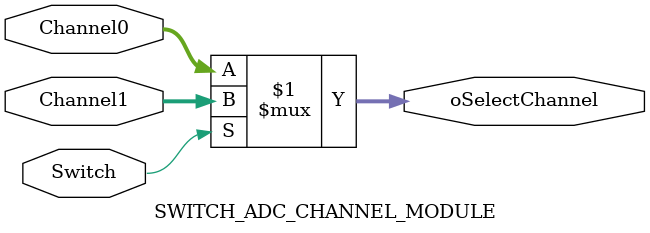
<source format=v>
module SWITCH_ADC_CHANNEL_MODULE 
(	
	input					Switch,
	input		[11:0] 	Channel0,
	input		[11:0] 	Channel1,
	output 	[11:0] 	oSelectChannel
	);

assign oSelectChannel = (Switch)? Channel1 : Channel0;
endmodule

</source>
